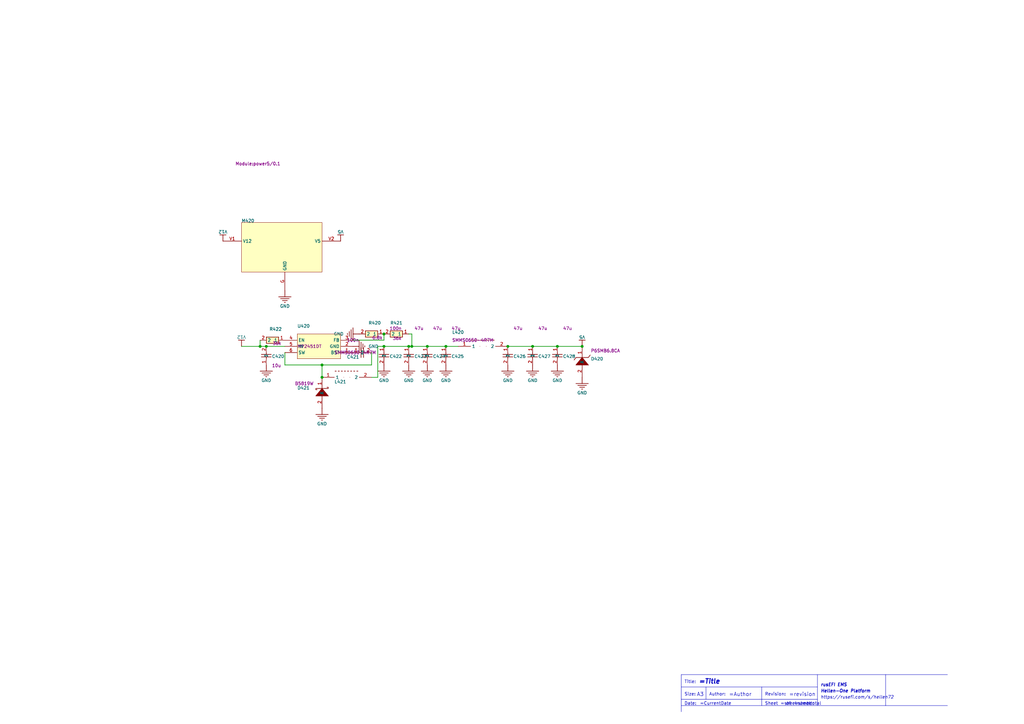
<source format=kicad_sch>
(kicad_sch (version 20201015) (generator eeschema)
  (paper "A3")
  (title_block (title "Hellen-One Power5") (rev "0.1"))
  (lib_symbols
    (symbol "hellen1-power5-altium-import:0_Cap"
      (property "Value" "0_Cap" (at 0 0 0))
      (symbol "0_Cap_1_0"
        (polyline (pts (xy 2.032 -4.318) (xy -2.032 -4.318)) (stroke (width 0.254)))
        (polyline (pts (xy -2.032 -3.302) (xy 2.032 -3.302)) (stroke (width 0.254)))
        (polyline (pts (xy 0 -2.54) (xy 0 -3.302)) (stroke (width 0.254)))
        (polyline (pts (xy 0 -5.08) (xy 0 -4.318)) (stroke (width 0.254)))
        (pin passive line (at 0 0 270) (length 2.54) (name "1") (number "1"))
        (pin passive line (at 0 -7.62 90) (length 2.54) (name "2") (number "2"))
      )
    )
    (symbol "hellen1-power5-altium-import:0_Inductor with Core"
      (property "Value" "0_Inductor with Core" (at 0 0 0))
      (symbol "0_Inductor with Core_1_0"
        (arc (start 1.27 -2.54) (end 1.27 -2.54) (radius (at 1.27 -2.54) (length 1.27) (angles 90 180)))
        (arc (start 1.27 -2.54) (end 1.27 -2.54) (radius (at 1.27 -2.54) (length 1.27) (angles 0 90)))
        (arc (start 3.81 -2.54) (end 3.81 -2.54) (radius (at 3.81 -2.54) (length 1.27) (angles 90 180)))
        (arc (start 3.81 -2.54) (end 3.81 -2.54) (radius (at 3.81 -2.54) (length 1.27) (angles 0 90)))
        (arc (start 6.35 -2.54) (end 6.35 -2.54) (radius (at 6.35 -2.54) (length 1.27) (angles 90 180)))
        (arc (start 6.35 -2.54) (end 6.35 -2.54) (radius (at 6.35 -2.54) (length 1.27) (angles 0 90)))
        (arc (start 8.89 -2.54) (end 8.89 -2.54) (radius (at 8.89 -2.54) (length 1.27) (angles 90 180)))
        (arc (start 8.89 -2.54) (end 8.89 -2.54) (radius (at 8.89 -2.54) (length 1.27) (angles 0 90)))
        (polyline (pts (xy 0.254 0) (xy 0.762 0)) (stroke (width 0.254)))
        (polyline (pts (xy 1.524 0) (xy 2.032 0)) (stroke (width 0.254)))
        (polyline (pts (xy 2.794 0) (xy 3.302 0)) (stroke (width 0.254)))
        (polyline (pts (xy 4.064 0) (xy 4.572 0)) (stroke (width 0.254)))
        (polyline (pts (xy 5.334 0) (xy 5.842 0)) (stroke (width 0.254)))
        (polyline (pts (xy 6.604 0) (xy 7.112 0)) (stroke (width 0.254)))
        (polyline (pts (xy 7.874 0) (xy 8.382 0)) (stroke (width 0.254)))
        (polyline (pts (xy 9.144 0) (xy 9.652 0)) (stroke (width 0.254)))
        (pin passive line (at -5.08 -2.54 0) (length 5.08) (name "1") (number "1"))
        (pin passive line (at 15.24 -2.54 180) (length 5.08) (name "2") (number "2"))
      )
    )
    (symbol "hellen1-power5-altium-import:0_Mod-Hellen-Power5"
      (property "Value" "0_Mod-Hellen-Power5" (at 0 0 0))
      (symbol "0_Mod-Hellen-Power5_1_0"
        (rectangle (start 33.02 0) (end 0 -20.32) (fill (type background)))
        (pin passive line (at 17.78 -27.94 90) (length 7.62) (name "GND") (number "G"))
        (pin passive line (at -7.62 -7.62 0) (length 7.62) (name "V12") (number "V1"))
        (pin passive line (at 40.64 -7.62 180) (length 7.62) (name "V5") (number "V2"))
      )
    )
    (symbol "hellen1-power5-altium-import:1_Cap"
      (property "Value" "1_Cap" (at 0 0 0))
      (symbol "1_Cap_1_0"
        (polyline (pts (xy 4.318 2.032) (xy 4.318 -2.032)) (stroke (width 0.254)))
        (polyline (pts (xy 3.302 -2.032) (xy 3.302 2.032)) (stroke (width 0.254)))
        (polyline (pts (xy 2.54 0) (xy 3.302 0)) (stroke (width 0.254)))
        (polyline (pts (xy 5.08 0) (xy 4.318 0)) (stroke (width 0.254)))
        (pin passive line (at 0 0 0) (length 2.54) (name "1") (number "1"))
        (pin passive line (at 7.62 0 180) (length 2.54) (name "2") (number "2"))
      )
    )
    (symbol "hellen1-power5-altium-import:2_Cap"
      (property "Value" "2_Cap" (at 0 0 0))
      (symbol "2_Cap_1_0"
        (polyline (pts (xy -2.032 4.318) (xy 2.032 4.318)) (stroke (width 0.254)))
        (polyline (pts (xy 2.032 3.302) (xy -2.032 3.302)) (stroke (width 0.254)))
        (polyline (pts (xy 0 2.54) (xy 0 3.302)) (stroke (width 0.254)))
        (polyline (pts (xy 0 5.08) (xy 0 4.318)) (stroke (width 0.254)))
        (pin passive line (at 0 0 90) (length 2.54) (name "1") (number "1"))
        (pin passive line (at 0 7.62 270) (length 2.54) (name "2") (number "2"))
      )
    )
    (symbol "hellen1-power5-altium-import:2_MP2359"
      (property "Value" "2_MP2359" (at 0 0 0))
      (symbol "2_MP2359_1_0"
        (rectangle (start 10.16 2.54) (end -7.62 -7.62) (fill (type background)))
        (pin passive line (at 15.2399 -5.08 180) (length 5) (name "BST") (number "1"))
        (pin passive line (at 15.2399 -2.54 180) (length 5) (name "GND") (number "2"))
        (pin passive line (at 15.2399 0 180) (length 5) (name "FB") (number "3"))
        (pin power_in line (at -12.7 -2.54 0) (length 5) (name "IN") (number "5"))
        (pin input line (at -12.7 0 0) (length 5) (name "EN") (number "4"))
        (pin passive line (at -12.7 -5.08 0) (length 5) (name "SW") (number "6"))
      )
    )
    (symbol "hellen1-power5-altium-import:3_D Schottky"
      (property "Value" "3_D Schottky" (at 0 0 0))
      (symbol "3_D Schottky_1_0"
        (polyline (pts (xy 2.54 -2.54) (xy 0 0.508) (xy -2.54 -2.54) (xy 2.54 -2.54)) (stroke (width 0.254)) (fill (type outline)))
        (polyline (pts (xy 2.032 1.016) (xy 2.54 1.016) (xy 2.54 0.508) (xy -2.54 0.508) (xy -2.54 0) (xy -2.032 0)) (stroke (width 0.254)))
        (pin passive line (at 0 -7.62 90) (length 5.08) (name "A") (number "2"))
        (pin passive line (at 0 5.08 270) (length 5.08) (name "K") (number "1"))
      )
    )
    (symbol "hellen1-power5-altium-import:3_D TVS"
      (property "Value" "3_D TVS" (at 0 0 0))
      (symbol "3_D TVS_1_0"
        (polyline (pts (xy 2.54 -2.54) (xy 0 0.508) (xy -2.54 -2.54) (xy 2.54 -2.54)) (stroke (width 0.254)) (fill (type outline)))
        (polyline (pts (xy 3.302 1.524) (xy 2.54 0.508) (xy -2.54 0.508) (xy -3.302 -0.508)) (stroke (width 0.254)))
        (pin passive line (at 0 -7.62 90) (length 5.08) (name "A") (number "2"))
        (pin passive line (at 0 5.08 270) (length 5.08) (name "K") (number "1"))
      )
    )
    (symbol "hellen1-power5-altium-import:3_Res"
      (property "Value" "3_Res" (at 0 0 0))
      (symbol "3_Res_1_0"
        (rectangle (start -2.54 1.27) (end -7.62 -1.27) (stroke (width 0.254)) (fill (type background)))
        (pin passive line (at -10.16 0 0) (length 2.54) (name "2") (number "2"))
        (pin passive line (at 0 0 180) (length 2.54) (name "1") (number "1"))
      )
    )
    (symbol "hellen1-power5-altium-import:GND" (power)
      (property "Reference" "#PWR" (at 0 0 0))
      (property "Value" "GND" (at 0 6.35 0))
      (symbol "GND_0_0"
        (polyline (pts (xy 0 0) (xy 0 -2.54)) (stroke (width 0.254)))
        (polyline (pts (xy -2.54 -2.54) (xy 2.54 -2.54)) (stroke (width 0.254)))
        (polyline (pts (xy -1.778 -3.302) (xy 1.778 -3.302)) (stroke (width 0.254)))
        (polyline (pts (xy -1.016 -4.064) (xy 1.016 -4.064)) (stroke (width 0.254)))
        (polyline (pts (xy -0.254 -4.826) (xy 0.254 -4.826)) (stroke (width 0.254)))
        (pin power_in line (at 0 0 0) (length 0) hide (name "GND") (number ""))
      )
    )
    (symbol "hellen1-power5-altium-import:V12" (power)
      (property "Reference" "#PWR" (at 0 0 0))
      (property "Value" "V12" (at 0 3.81 0))
      (symbol "V12_0_0"
        (polyline (pts (xy 0 0) (xy 0 -2.54)) (stroke (width 0.254)))
        (polyline (pts (xy -1.27 -2.54) (xy 1.27 -2.54)) (stroke (width 0.254)))
        (pin power_in line (at 0 0 0) (length 0) hide (name "V12") (number ""))
      )
    )
    (symbol "hellen1-power5-altium-import:V5" (power)
      (property "Reference" "#PWR" (at 0 0 0))
      (property "Value" "V5" (at 0 3.81 0))
      (symbol "V5_0_0"
        (polyline (pts (xy 0 0) (xy 0 -2.54)) (stroke (width 0.254)))
        (polyline (pts (xy -1.27 -2.54) (xy 1.27 -2.54)) (stroke (width 0.254)))
        (pin power_in line (at 0 0 0) (length 0) hide (name "V5") (number ""))
      )
    )
  )
  (junction (at 106.68 142.0622) (diameter 1.016))
  (junction (at 109.22 142.0622) (diameter 1.016))
  (junction (at 132.08 149.6822) (diameter 1.016))
  (junction (at 132.08 154.7622) (diameter 1.016))
  (junction (at 157.48 136.9822) (diameter 1.016))
  (junction (at 157.48 142.0622) (diameter 1.016))
  (junction (at 167.64 142.0622) (diameter 1.016))
  (junction (at 168.91 142.0622) (diameter 1.016))
  (junction (at 175.26 142.0622) (diameter 1.016))
  (junction (at 182.88 142.0622) (diameter 1.016))
  (junction (at 208.28 142.0622) (diameter 1.016))
  (junction (at 218.44 142.0622) (diameter 1.016))
  (junction (at 228.6 142.0622) (diameter 1.016))
  (junction (at 238.76 142.0622) (diameter 1.016))
  (wire (pts (xy 99.06 142.0622) (xy 106.68 142.0622)) (stroke (width 0.254)))
  (wire (pts (xy 106.68 139.5222) (xy 106.68 142.0622)) (stroke (width 0.254)))
  (wire (pts (xy 106.68 142.0622) (xy 109.22 142.0622)) (stroke (width 0.254)))
  (wire (pts (xy 109.22 142.0622) (xy 116.84 142.0622)) (stroke (width 0.254)))
  (wire (pts (xy 116.84 144.6022) (xy 116.84 149.6822)) (stroke (width 0.254)))
  (wire (pts (xy 116.84 149.6822) (xy 132.08 149.6822)) (stroke (width 0.254)))
  (wire (pts (xy 132.08 149.6822) (xy 132.08 154.7622)) (stroke (width 0.254)))
  (wire (pts (xy 144.78 139.5222) (xy 157.48 139.5222)) (stroke (width 0.254)))
  (wire (pts (xy 152.4 144.6022) (xy 152.4 149.6822)) (stroke (width 0.254)))
  (wire (pts (xy 152.4 149.6822) (xy 132.08 149.6822)) (stroke (width 0.254)))
  (wire (pts (xy 154.94 142.0622) (xy 154.94 154.7622)) (stroke (width 0.254)))
  (wire (pts (xy 154.94 154.7622) (xy 152.4 154.7622)) (stroke (width 0.254)))
  (wire (pts (xy 157.48 139.5222) (xy 157.48 136.9822)) (stroke (width 0.254)))
  (wire (pts (xy 157.48 142.0622) (xy 154.94 142.0622)) (stroke (width 0.254)))
  (wire (pts (xy 167.64 142.0622) (xy 157.48 142.0622)) (stroke (width 0.254)))
  (wire (pts (xy 167.64 142.0622) (xy 168.91 142.0622)) (stroke (width 0.254)))
  (wire (pts (xy 168.91 136.9822) (xy 167.64 136.9822)) (stroke (width 0.254)))
  (wire (pts (xy 168.91 142.0622) (xy 168.91 136.9822)) (stroke (width 0.254)))
  (wire (pts (xy 168.91 142.0622) (xy 175.26 142.0622)) (stroke (width 0.254)))
  (wire (pts (xy 175.26 142.0622) (xy 182.88 142.0622)) (stroke (width 0.254)))
  (wire (pts (xy 182.88 142.0622) (xy 187.96 142.0622)) (stroke (width 0.254)))
  (wire (pts (xy 208.28 142.0622) (xy 218.44 142.0622)) (stroke (width 0.254)))
  (wire (pts (xy 218.44 142.0622) (xy 228.6 142.0622)) (stroke (width 0.254)))
  (wire (pts (xy 228.6 142.0622) (xy 238.76 142.0622)) (stroke (width 0.254)))
  (polyline (pts (xy 279.4 276.6822) (xy 279.4 291.9222)) (stroke (width 0) (type solid)))
  (polyline (pts (xy 279.4 281.7622) (xy 335.28 281.7622)) (stroke (width 0) (type solid)))
  (polyline (pts (xy 279.4 286.8422) (xy 335.28 286.8422)) (stroke (width 0) (type solid)))
  (polyline (pts (xy 289.56 281.7622) (xy 289.56 286.8422)) (stroke (width 0) (type solid)))
  (polyline (pts (xy 312.42 281.7622) (xy 312.42 289.3822)) (stroke (width 0) (type solid)))
  (polyline (pts (xy 335.28 276.6822) (xy 335.28 289.3822)) (stroke (width 0) (type solid)))
  (polyline (pts (xy 363.22 276.6822) (xy 279.4 276.6822)) (stroke (width 0) (type solid)))
  (polyline (pts (xy 363.22 276.6822) (xy 363.22 289.3822)) (stroke (width 0) (type solid)))
  (polyline (pts (xy 363.22 289.3822) (xy 279.4 289.3822)) (stroke (width 0) (type solid)))
  (polyline (pts (xy 363.22 289.3822) (xy 388.62 289.3822)) (stroke (width 0) (type solid)))
  (polyline (pts (xy 388.62 276.6822) (xy 363.22 276.6822)) (stroke (width 0) (type solid)))
  (text "Title:" (at 280.67 280.4922 180) (effects (font (size 1.27 1.27)) (justify left bottom)))
  (text "Size:" (at 280.67 285.5722 180) (effects (font (size 1.27 1.27)) (justify left bottom)))
  (text "Date:" (at 280.67 289.3822 180) (effects (font (size 1.27 1.27)) (justify left bottom)))
  (text "A3" (at 285.75 285.8262 180) (effects (font (size 1.524 1.524)) (justify left bottom)))
  (text "=Title" (at 286.512 280.7462 180) (effects (font (size 1.905 1.905) bold italic) (justify left bottom)))
  (text "=CurrentDate" (at 287.02 289.3822 180) (effects (font (size 1.27 1.27)) (justify left bottom)))
  (text "Author:" (at 290.83 285.5722 180) (effects (font (size 1.27 1.27)) (justify left bottom)))
  (text "=Author" (at 298.958 285.8262 180) (effects (font (size 1.524 1.524)) (justify left bottom)))
  (text "Revision:" (at 313.69 285.5722 180) (effects (font (size 1.27 1.27)) (justify left bottom)))
  (text "Sheet" (at 313.69 289.3822 180) (effects (font (size 1.27 1.27)) (justify left bottom)))
  (text "=sheetnumber" (at 320.04 289.3822 180) (effects (font (size 1.27 1.27)) (justify left bottom)))
  (text "of" (at 322.326 289.3822 180) (effects (font (size 1.27 1.27)) (justify left bottom)))
  (text "=revision" (at 323.596 285.8262 180) (effects (font (size 1.524 1.524)) (justify left bottom)))
  (text "=sheettotal" (at 325.628 289.3822 180) (effects (font (size 1.27 1.27)) (justify left bottom)))
  (text "rusEFI EMS" (at 336.55 281.7622 180) (effects (font (size 1.27 1.27) bold italic) (justify left bottom)))
  (text "Hellen-One Platform" (at 336.55 284.3022 180) (effects (font (size 1.27 1.27) bold italic) (justify left bottom)))
  (text "https://rusefi.com/s/hellen72" (at 336.55 286.8422 180) (effects (font (size 1.27 1.27) italic) (justify left bottom)))
  (symbol (lib_id "hellen1-power5-altium-import:V12") (at 91.44 98.8822 180) (unit 1)
    (property "Reference" "#PWR?" (effects hide))
    (property "Value" "V12" (at 91.44 95.0722 -180))
  )
  (symbol (lib_id "hellen1-power5-altium-import:V12") (at 99.06 142.0622 180) (unit 1)
    (property "Reference" "#PWR?" (effects hide))
    (property "Value" "V12" (at 99.06 138.2522 -180))
  )
  (symbol (lib_id "hellen1-power5-altium-import:V5") (at 139.7 98.8822 180) (unit 1)
    (property "Reference" "#PWR?" (effects hide))
    (property "Value" "V5" (at 139.7 95.0722 -180))
  )
  (symbol (lib_id "hellen1-power5-altium-import:V5") (at 238.76 142.0622 180) (unit 1)
    (property "Reference" "#PWR?" (effects hide))
    (property "Value" "V5" (at 238.76 138.2522 -180))
  )
  (symbol (lib_id "hellen1-power5-altium-import:GND") (at 109.22 149.6822 0) (unit 1)
    (property "Reference" "#PWR?" (effects hide))
    (property "Value" "GND" (at 109.22 156.0322 0))
  )
  (symbol (lib_id "hellen1-power5-altium-import:GND") (at 116.84 119.2022 0) (unit 1)
    (property "Reference" "#PWR?" (effects hide))
    (property "Value" "GND" (at 116.84 125.5522 0))
  )
  (symbol (lib_id "hellen1-power5-altium-import:GND") (at 132.08 167.4622 0) (unit 1)
    (property "Reference" "#PWR?" (effects hide))
    (property "Value" "GND" (at 132.08 173.8122 0))
  )
  (symbol (lib_id "hellen1-power5-altium-import:GND") (at 144.78 142.0622 90) (unit 1)
    (property "Reference" "#PWR?" (effects hide))
    (property "Value" "GND" (at 151.13 142.0622 -90) (effects (justify left)))
  )
  (symbol (lib_id "hellen1-power5-altium-import:GND") (at 147.32 136.9822 270) (unit 1)
    (property "Reference" "#PWR?" (effects hide))
    (property "Value" "GND" (at 140.97 136.9822 -270) (effects (justify right)))
  )
  (symbol (lib_id "hellen1-power5-altium-import:GND") (at 157.48 149.6822 0) (unit 1)
    (property "Reference" "#PWR?" (effects hide))
    (property "Value" "GND" (at 157.48 156.0322 0))
  )
  (symbol (lib_id "hellen1-power5-altium-import:GND") (at 167.64 149.6822 0) (unit 1)
    (property "Reference" "#PWR?" (effects hide))
    (property "Value" "GND" (at 167.64 156.0322 0))
  )
  (symbol (lib_id "hellen1-power5-altium-import:GND") (at 175.26 149.6822 0) (unit 1)
    (property "Reference" "#PWR?" (effects hide))
    (property "Value" "GND" (at 175.26 156.0322 0))
  )
  (symbol (lib_id "hellen1-power5-altium-import:GND") (at 182.88 149.6822 0) (unit 1)
    (property "Reference" "#PWR?" (effects hide))
    (property "Value" "GND" (at 182.88 156.0322 0))
  )
  (symbol (lib_id "hellen1-power5-altium-import:GND") (at 208.28 149.6822 0) (unit 1)
    (property "Reference" "#PWR?" (effects hide))
    (property "Value" "GND" (at 208.28 156.0322 0))
  )
  (symbol (lib_id "hellen1-power5-altium-import:GND") (at 218.44 149.6822 0) (unit 1)
    (property "Reference" "#PWR?" (effects hide))
    (property "Value" "GND" (at 218.44 156.0322 0))
  )
  (symbol (lib_id "hellen1-power5-altium-import:GND") (at 228.6 149.6822 0) (unit 1)
    (property "Reference" "#PWR?" (effects hide))
    (property "Value" "GND" (at 228.6 156.0322 0))
  )
  (symbol (lib_id "hellen1-power5-altium-import:GND") (at 238.76 154.7622 0) (unit 1)
    (property "Reference" "#PWR?" (effects hide))
    (property "Value" "GND" (at 238.76 161.1122 0))
  )
  (symbol (lib_id "hellen1-power5-altium-import:3_Res") (at 116.84 139.5222 0) (unit 1)
    (property "Reference" "R422" (at 110.49 135.7122 0) (effects (justify left bottom)))
    (property "Fitted" "True" (effects hide))
    (property "PackageReference" "R0603" (effects hide))
    (property "Type" "SMD" (effects hide))
    (property "Supplier Part Number 1" "*" (effects hide))
    (property "Supplier Part Number 2" "*" (effects hide))
    (property "Supplier Part Number 3" "C23147" (effects hide))
    (property "Supplier 1" "Mouser" (effects hide))
    (property "Supplier 2" "DigiKey" (effects hide))
    (property "Supplier 3" "LCSC" (effects hide))
    (property "Comment" "36k" (at 111.76 140.7922 0) (effects (justify left)))
  )
  (symbol (lib_id "hellen1-power5-altium-import:3_Res") (at 157.48 136.9822 0) (unit 1)
    (property "Reference" "R420" (at 151.13 133.1722 0) (effects (justify left bottom)))
    (property "Fitted" "True" (effects hide))
    (property "PackageReference" "R0603" (effects hide))
    (property "Type" "SMD" (effects hide))
    (property "Supplier Part Number 1" "*" (effects hide))
    (property "Supplier Part Number 2" "*" (effects hide))
    (property "Supplier Part Number 3" "C23212" (effects hide))
    (property "Supplier 1" "Mouser" (effects hide))
    (property "Supplier 2" "DigiKey" (effects hide))
    (property "Supplier 3" "LCSC" (effects hide))
    (property "Comment" "6.8k" (at 152.654 138.5062 0) (effects (justify left)))
  )
  (symbol (lib_id "hellen1-power5-altium-import:3_Res") (at 167.64 136.9822 0) (unit 1)
    (property "Reference" "R421" (at 160.02 133.1722 0) (effects (justify left bottom)))
    (property "Fitted" "True" (effects hide))
    (property "PackageReference" "R0603" (effects hide))
    (property "Type" "SMD" (effects hide))
    (property "Supplier Part Number 1" "*" (effects hide))
    (property "Supplier Part Number 2" "*" (effects hide))
    (property "Supplier Part Number 3" "C23147" (effects hide))
    (property "Supplier 1" "Mouser" (effects hide))
    (property "Supplier 2" "DigiKey" (effects hide))
    (property "Supplier 3" "LCSC" (effects hide))
    (property "Comment" "36k" (at 161.036 138.7602 0) (effects (justify left)))
  )
  (symbol (lib_id "hellen1-power5-altium-import:2_Cap") (at 109.22 149.6822 0) (unit 1)
    (property "Reference" "C420" (at 111.506 146.8882 0) (effects (justify left bottom)))
    (property "Fitted" "True" (effects hide))
    (property "Supplier Part Number 1" "710-885012207079" (effects hide))
    (property "Supplier Part Number 2" "732-7673-1-ND" (effects hide))
    (property "Supplier 1" "Mouser" (effects hide))
    (property "Supplier 2" "Digi-Key" (effects hide))
    (property "PackageReference" "C1206" (effects hide))
    (property "Supplier Part Number 3" "C13585" (effects hide))
    (property "Type" "SMD" (effects hide))
    (property "Supplier 3" "LCSC" (effects hide))
    (property "Comment" "10u" (at 111.506 149.9362 0) (effects (justify left)))
  )
  (symbol (lib_id "hellen1-power5-altium-import:1_Cap") (at 144.78 144.6022 0) (unit 1)
    (property "Reference" "C421" (at 142.24 147.1422 0) (effects (justify left bottom)))
    (property "Fitted" "True" (effects hide))
    (property "Supplier Part Number 1" "710-885012207079" (effects hide))
    (property "Supplier Part Number 2" "732-7673-1-ND" (effects hide))
    (property "Supplier 1" "Mouser" (effects hide))
    (property "Supplier 2" "Digi-Key" (effects hide))
    (property "PackageReference" "C0603" (effects hide))
    (property "Supplier Part Number 3" "C14663" (effects hide))
    (property "Type" "SMD" (effects hide))
    (property "Supplier 3" "LCSC" (effects hide))
    (property "Comment" "100n" (at 142.24 139.5222 0) (effects (justify left)))
  )
  (symbol (lib_id "hellen1-power5-altium-import:0_Cap") (at 157.48 142.0622 0) (unit 1)
    (property "Reference" "C422" (at 159.766 146.8882 0) (effects (justify left bottom)))
    (property "Fitted" "True" (effects hide))
    (property "Supplier Part Number 1" "710-885012207079" (effects hide))
    (property "Supplier Part Number 2" "732-7673-1-ND" (effects hide))
    (property "Supplier 1" "Mouser" (effects hide))
    (property "Supplier 2" "Digi-Key" (effects hide))
    (property "PackageReference" "C0603" (effects hide))
    (property "Supplier Part Number 3" "C14663" (effects hide))
    (property "Type" "SMD" (effects hide))
    (property "Supplier 3" "LCSC" (effects hide))
    (property "Comment" "100n" (at 159.766 134.6962 0) (effects (justify left)))
  )
  (symbol (lib_id "hellen1-power5-altium-import:0_Cap") (at 167.64 142.0622 0) (unit 1)
    (property "Reference" "C423" (at 169.926 146.8882 0) (effects (justify left bottom)))
    (property "Fitted" "True" (effects hide))
    (property "Supplier Part Number 1" "710-885012207079" (effects hide))
    (property "Supplier Part Number 2" "732-7673-1-ND" (effects hide))
    (property "Supplier 1" "Mouser" (effects hide))
    (property "Supplier 2" "Digi-Key" (effects hide))
    (property "PackageReference" "C1206" (effects hide))
    (property "Supplier Part Number 3" "C96123" (effects hide))
    (property "Type" "SMD" (effects hide))
    (property "Supplier 3" "LCSC" (effects hide))
    (property "Comment" "47u" (at 169.926 134.6962 0) (effects (justify left)))
  )
  (symbol (lib_id "hellen1-power5-altium-import:0_Cap") (at 175.26 142.0622 0) (unit 1)
    (property "Reference" "C424" (at 177.546 146.8882 0) (effects (justify left bottom)))
    (property "Fitted" "True" (effects hide))
    (property "Supplier Part Number 1" "710-885012207079" (effects hide))
    (property "Supplier Part Number 2" "732-7673-1-ND" (effects hide))
    (property "Supplier 1" "Mouser" (effects hide))
    (property "Supplier 2" "Digi-Key" (effects hide))
    (property "PackageReference" "C1206" (effects hide))
    (property "Supplier Part Number 3" "C96123" (effects hide))
    (property "Type" "SMD" (effects hide))
    (property "Supplier 3" "LCSC" (effects hide))
    (property "Comment" "47u" (at 177.546 134.6962 0) (effects (justify left)))
  )
  (symbol (lib_id "hellen1-power5-altium-import:0_Cap") (at 182.88 142.0622 0) (unit 1)
    (property "Reference" "C425" (at 185.166 146.8882 0) (effects (justify left bottom)))
    (property "Fitted" "True" (effects hide))
    (property "Supplier Part Number 1" "710-885012207079" (effects hide))
    (property "Supplier Part Number 2" "732-7673-1-ND" (effects hide))
    (property "Supplier 1" "Mouser" (effects hide))
    (property "Supplier 2" "Digi-Key" (effects hide))
    (property "PackageReference" "C1206" (effects hide))
    (property "Supplier Part Number 3" "C96123" (effects hide))
    (property "Type" "SMD" (effects hide))
    (property "Supplier 3" "LCSC" (effects hide))
    (property "Comment" "47u" (at 185.166 134.6962 0) (effects (justify left)))
  )
  (symbol (lib_id "hellen1-power5-altium-import:0_Cap") (at 208.28 142.0622 0) (unit 1)
    (property "Reference" "C426" (at 210.566 146.8882 0) (effects (justify left bottom)))
    (property "Fitted" "True" (effects hide))
    (property "Supplier Part Number 1" "710-885012207079" (effects hide))
    (property "Supplier Part Number 2" "732-7673-1-ND" (effects hide))
    (property "Supplier 1" "Mouser" (effects hide))
    (property "Supplier 2" "Digi-Key" (effects hide))
    (property "PackageReference" "C1206" (effects hide))
    (property "Supplier Part Number 3" "C96123" (effects hide))
    (property "Type" "SMD" (effects hide))
    (property "Supplier 3" "LCSC" (effects hide))
    (property "Comment" "47u" (at 210.566 134.6962 0) (effects (justify left)))
  )
  (symbol (lib_id "hellen1-power5-altium-import:0_Cap") (at 218.44 142.0622 0) (unit 1)
    (property "Reference" "C427" (at 220.726 146.8882 0) (effects (justify left bottom)))
    (property "Fitted" "True" (effects hide))
    (property "Supplier Part Number 1" "710-885012207079" (effects hide))
    (property "Supplier Part Number 2" "732-7673-1-ND" (effects hide))
    (property "Supplier 1" "Mouser" (effects hide))
    (property "Supplier 2" "Digi-Key" (effects hide))
    (property "PackageReference" "C1206" (effects hide))
    (property "Supplier Part Number 3" "C96123" (effects hide))
    (property "Type" "SMD" (effects hide))
    (property "Supplier 3" "LCSC" (effects hide))
    (property "Comment" "47u" (at 220.726 134.6962 0) (effects (justify left)))
  )
  (symbol (lib_id "hellen1-power5-altium-import:0_Cap") (at 228.6 142.0622 0) (unit 1)
    (property "Reference" "C428" (at 230.886 146.8882 0) (effects (justify left bottom)))
    (property "Fitted" "True" (effects hide))
    (property "Supplier Part Number 1" "710-885012207079" (effects hide))
    (property "Supplier Part Number 2" "732-7673-1-ND" (effects hide))
    (property "Supplier 1" "Mouser" (effects hide))
    (property "Supplier 2" "Digi-Key" (effects hide))
    (property "PackageReference" "C1206" (effects hide))
    (property "Supplier Part Number 3" "C96123" (effects hide))
    (property "Type" "SMD" (effects hide))
    (property "Supplier 3" "LCSC" (effects hide))
    (property "Comment" "47u" (at 230.886 134.6962 0) (effects (justify left)))
  )
  (symbol (lib_id "hellen1-power5-altium-import:3_D Schottky") (at 132.08 159.8422 0) (unit 1)
    (property "Reference" "D421" (at 121.92 159.8422 0) (effects (justify left bottom)))
    (property "Published" "8-Jun-2000" (effects hide))
    (property "LatestRevisionDate" "17-Jul-2002" (effects hide))
    (property "LatestRevisionNote" "Re-released for DXP Platform." (effects hide))
    (property "PackageReference" "SOD-123" (effects hide))
    (property "Publisher" "Altium Limited" (effects hide))
    (property "Code_JEDEC" "DO-214-AA" (effects hide))
    (property "Fitted" "True" (effects hide))
    (property "Type" "SMD" (effects hide))
    (property "Supplier 3" "LCSC" (effects hide))
    (property "Supplier Part Number 3" "C8598" (effects hide))
    (property "Comment" "B5819W" (at 120.904 157.3022 0) (effects (justify left)))
  )
  (symbol (lib_id "hellen1-power5-altium-import:0_Inductor with Core") (at 137.16 152.2222 0) (unit 1)
    (property "Reference" "L421" (at 137.16 157.3022 0) (effects (justify left bottom)))
    (property "Published" "24-Mar-1999" (effects hide))
    (property "LatestRevisionDate" "17-Jul-2002" (effects hide))
    (property "LatestRevisionNote" "Re-released for DXP Platform." (effects hide))
    (property "PackageDocument" "1988" (effects hide))
    (property "PackageReference" "SMMS0650" (effects hide))
    (property "Publisher" "Altium Limited" (effects hide))
    (property "Fitted" "True" (effects hide))
    (property "Supplier Part Number 1" "652-SRR1050A-470Y" (effects hide))
    (property "Supplier Part Number 2" "SRR1050A-470YCT-ND" (effects hide))
    (property "Supplier 1" "Mouser" (effects hide))
    (property "Supplier 2" "Digi-Key" (effects hide))
    (property "Supplier Part Number 3" "C149582" (effects hide))
    (property "Supplier 3" "LCSC" (effects hide))
    (property "Type" "SMD" (effects hide))
    (property "Comment" "SMMS0650-4R7M" (at 137.16 144.6022 0) (effects (justify left)))
  )
  (symbol (lib_id "hellen1-power5-altium-import:0_Inductor with Core") (at 193.04 139.5222 0) (unit 1)
    (property "Reference" "L420" (at 185.42 136.9822 0) (effects (justify left bottom)))
    (property "Published" "24-Mar-1999" (effects hide))
    (property "LatestRevisionDate" "17-Jul-2002" (effects hide))
    (property "LatestRevisionNote" "Re-released for DXP Platform." (effects hide))
    (property "PackageDocument" "1988" (effects hide))
    (property "PackageReference" "SMMS0650" (effects hide))
    (property "Publisher" "Altium Limited" (effects hide))
    (property "Fitted" "True" (effects hide))
    (property "Supplier Part Number 1" "652-SRR1050A-470Y" (effects hide))
    (property "Supplier Part Number 2" "SRR1050A-470YCT-ND" (effects hide))
    (property "Supplier 1" "Mouser" (effects hide))
    (property "Supplier 2" "Digi-Key" (effects hide))
    (property "Supplier Part Number 3" "C149582" (effects hide))
    (property "Supplier 3" "LCSC" (effects hide))
    (property "Type" "SMD" (effects hide))
    (property "Comment" "SMMS0650-4R7M" (at 185.42 139.5222 0) (effects (justify left)))
  )
  (symbol (lib_id "hellen1-power5-altium-import:3_D TVS") (at 238.76 147.1422 0) (unit 1)
    (property "Reference" "D420" (at 242.316 147.9042 0) (effects (justify left bottom)))
    (property "Published" "8-Jun-2000" (effects hide))
    (property "LatestRevisionDate" "17-Jul-2002" (effects hide))
    (property "LatestRevisionNote" "Re-released for DXP Platform." (effects hide))
    (property "PackageReference" "SMB" (effects hide))
    (property "Publisher" "Altium Limited" (effects hide))
    (property "Code_JEDEC" "DO-214-AA" (effects hide))
    (property "Fitted" "True" (effects hide))
    (property "Supplier Part Number 1" "*" (effects hide))
    (property "Supplier Part Number 2" "*" (effects hide))
    (property "Supplier 1" "Mouser" (effects hide))
    (property "Supplier 2" "DigiKey" (effects hide))
    (property "Supplier Part Number 3" "C78395" (effects hide))
    (property "Supplier 3" "LCSC" (effects hide))
    (property "Type" "SMD" (effects hide))
    (property "Comment" "P6SMB6.8CA" (at 242.316 143.8402 0) (effects (justify left)))
  )
  (symbol (lib_id "hellen1-power5-altium-import:2_MP2359") (at 129.54 139.5222 0) (unit 1)
    (property "Reference" "U420" (at 121.92 134.4422 0) (effects (justify left bottom)))
    (property "Fitted" "True" (effects hide))
    (property "Type" "SMD" (effects hide))
    (property "Supplier 3" "LCSC" (effects hide))
    (property "Supplier Part Number 3" "C14123" (effects hide))
    (property "PackageReference" "TSOT23-6" (effects hide))
    (property "Comment" "MP2451DT" (at 121.92 142.0622 0) (effects (justify left)))
  )
  (symbol (lib_id "hellen1-power5-altium-import:0_Mod-Hellen-Power5") (at 99.06 91.2622 0) (unit 1)
    (property "Reference" "M420" (at 99.06 91.2622 0) (effects (justify left bottom)))
    (property "Publisher" "andreika" (effects hide))
    (property "Supplier Part Number 1" "*" (effects hide))
    (property "Supplier Part Number 2" "*" (effects hide))
    (property "Supplier 1" "Mouser" (effects hide))
    (property "Supplier 2" "Digi-Key" (effects hide))
    (property "Fitted" "False" (effects hide))
    (property "Supplier 3" "LCSC" (effects hide))
    (property "Type" "Module" (effects hide))
    (property "Comment" "Module:power5/0.1" (at 96.52 67.1322 0) (effects (justify left)))
  )
)
</source>
